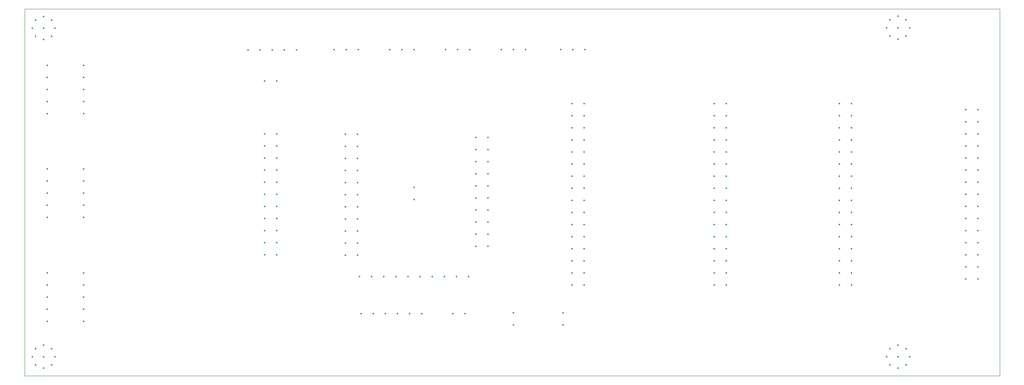
<source format=gbr>
%TF.GenerationSoftware,KiCad,Pcbnew,8.0.5*%
%TF.CreationDate,2025-02-05T22:29:23-08:00*%
%TF.ProjectId,Observatory,4f627365-7276-4617-946f-72792e6b6963,rev?*%
%TF.SameCoordinates,Original*%
%TF.FileFunction,Profile,NP*%
%FSLAX46Y46*%
G04 Gerber Fmt 4.6, Leading zero omitted, Abs format (unit mm)*
G04 Created by KiCad (PCBNEW 8.0.5) date 2025-02-05 22:29:23*
%MOMM*%
%LPD*%
G01*
G04 APERTURE LIST*
%TA.AperFunction,Profile*%
%ADD10C,0.050000*%
%TD*%
%ADD11C,0.350000*%
G04 APERTURE END LIST*
D10*
X41400000Y-39900000D02*
X245800000Y-39900000D01*
X245800000Y-116900000D01*
X41400000Y-116900000D01*
X41400000Y-39900000D01*
D11*
X138502500Y-66825200D03*
X111578500Y-96035200D03*
X111197500Y-66190200D03*
X123042500Y-77351200D03*
X135962500Y-66825200D03*
X114118500Y-96035200D03*
X108657500Y-66190200D03*
X123042500Y-79891200D03*
X138502500Y-69365200D03*
X116658500Y-96035200D03*
X111197500Y-68730200D03*
X135962500Y-69365200D03*
X119198500Y-96035200D03*
X108657500Y-68730200D03*
X138502500Y-71905200D03*
X121738500Y-96035200D03*
X111197500Y-71270200D03*
X135962500Y-71905200D03*
X124278500Y-96035200D03*
X108657500Y-71270200D03*
X138502500Y-74445200D03*
X126818500Y-96035200D03*
X111197500Y-73810200D03*
X135962500Y-74445200D03*
X129358500Y-96035200D03*
X108657500Y-73810200D03*
X138502500Y-76985200D03*
X131898500Y-96035200D03*
X111197500Y-76350200D03*
X135962500Y-76985200D03*
X134438500Y-96035200D03*
X108657500Y-76350200D03*
X138502500Y-79525200D03*
X111197500Y-78890200D03*
X135962500Y-79525200D03*
X108657500Y-78890200D03*
X138502500Y-82065200D03*
X111197500Y-81430200D03*
X135962500Y-82065200D03*
X108657500Y-81430200D03*
X138502500Y-84605200D03*
X111197500Y-83970200D03*
X135962500Y-84605200D03*
X108657500Y-83970200D03*
X138502500Y-87145200D03*
X111197500Y-86510200D03*
X135962500Y-87145200D03*
X108657500Y-86510200D03*
X138502500Y-89685200D03*
X111197500Y-89050200D03*
X135962500Y-89685200D03*
X108657500Y-89050200D03*
X111197500Y-91590200D03*
X108657500Y-91590200D03*
X153760000Y-48400000D03*
X156300000Y-48400000D03*
X158840000Y-48400000D03*
X129662500Y-48400000D03*
X132202500Y-48400000D03*
X134742500Y-48400000D03*
X154325000Y-106200000D03*
X154325000Y-103660000D03*
X98440000Y-48500000D03*
X95900000Y-48500000D03*
X93360000Y-48500000D03*
X90820000Y-48500000D03*
X88280000Y-48500000D03*
X117965000Y-48400000D03*
X120505000Y-48400000D03*
X123045000Y-48400000D03*
X156150000Y-59713200D03*
X158690000Y-59713200D03*
X156150000Y-62253200D03*
X158690000Y-62253200D03*
X156150000Y-64793200D03*
X158690000Y-64793200D03*
X156150000Y-67333200D03*
X158690000Y-67333200D03*
X156150000Y-69873200D03*
X158690000Y-69873200D03*
X156150000Y-72413200D03*
X158690000Y-72413200D03*
X156150000Y-74953200D03*
X158690000Y-74953200D03*
X156150000Y-77493200D03*
X158690000Y-77493200D03*
X156150000Y-80033200D03*
X158690000Y-80033200D03*
X156150000Y-82573200D03*
X158690000Y-82573200D03*
X156150000Y-85113200D03*
X158690000Y-85113200D03*
X156150000Y-87653200D03*
X158690000Y-87653200D03*
X156150000Y-90193200D03*
X158690000Y-90193200D03*
X156150000Y-92733200D03*
X158690000Y-92733200D03*
X156150000Y-95273200D03*
X158690000Y-95273200D03*
X156150000Y-97813200D03*
X158690000Y-97813200D03*
X46180300Y-73508100D03*
X46180300Y-76048100D03*
X46180300Y-78588100D03*
X46180300Y-81128100D03*
X46185300Y-83658100D03*
X53800300Y-73508100D03*
X53800300Y-76048100D03*
X53800300Y-78588100D03*
X53800300Y-81128100D03*
X53805300Y-83658100D03*
X222102944Y-43800000D03*
X222805888Y-42102944D03*
X222805888Y-45497056D03*
X224502944Y-41400000D03*
X224502944Y-43800000D03*
X224502944Y-46200000D03*
X226200000Y-42102944D03*
X226200000Y-45497056D03*
X226902944Y-43800000D03*
X185942500Y-59713200D03*
X188482500Y-59713200D03*
X185942500Y-62253200D03*
X188482500Y-62253200D03*
X185942500Y-64793200D03*
X188482500Y-64793200D03*
X185942500Y-67333200D03*
X188482500Y-67333200D03*
X185942500Y-69873200D03*
X188482500Y-69873200D03*
X185942500Y-72413200D03*
X188482500Y-72413200D03*
X185942500Y-74953200D03*
X188482500Y-74953200D03*
X185942500Y-77493200D03*
X188482500Y-77493200D03*
X185942500Y-80033200D03*
X188482500Y-80033200D03*
X185942500Y-82573200D03*
X188482500Y-82573200D03*
X185942500Y-85113200D03*
X188482500Y-85113200D03*
X185942500Y-87653200D03*
X188482500Y-87653200D03*
X185942500Y-90193200D03*
X188482500Y-90193200D03*
X185942500Y-92733200D03*
X188482500Y-92733200D03*
X185942500Y-95273200D03*
X188482500Y-95273200D03*
X185942500Y-97813200D03*
X188482500Y-97813200D03*
X141360000Y-48400000D03*
X143900000Y-48400000D03*
X146440000Y-48400000D03*
X124640000Y-103900000D03*
X122100000Y-103900000D03*
X119560000Y-103900000D03*
X117020000Y-103900000D03*
X114480000Y-103900000D03*
X111940000Y-103900000D03*
X238675000Y-60988200D03*
X241215000Y-60988200D03*
X238675000Y-63528200D03*
X241215000Y-63528200D03*
X238675000Y-66068200D03*
X241215000Y-66068200D03*
X238675000Y-68608200D03*
X241215000Y-68608200D03*
X238675000Y-71148200D03*
X241215000Y-71148200D03*
X238675000Y-73688200D03*
X241215000Y-73688200D03*
X238675000Y-76228200D03*
X241215000Y-76228200D03*
X238675000Y-78768200D03*
X241215000Y-78768200D03*
X238675000Y-81308200D03*
X241215000Y-81308200D03*
X238675000Y-83848200D03*
X241215000Y-83848200D03*
X238675000Y-86388200D03*
X241215000Y-86388200D03*
X238675000Y-88928200D03*
X241215000Y-88928200D03*
X238675000Y-91468200D03*
X241215000Y-91468200D03*
X238675000Y-94008200D03*
X241215000Y-94008200D03*
X238675000Y-96548200D03*
X241215000Y-96548200D03*
X222102944Y-112900000D03*
X222805888Y-111202944D03*
X222805888Y-114597056D03*
X224502944Y-110500000D03*
X224502944Y-112900000D03*
X224502944Y-115300000D03*
X226200000Y-111202944D03*
X226200000Y-114597056D03*
X226902944Y-112900000D03*
X91725000Y-55000000D03*
X94265000Y-55000000D03*
X133700000Y-103900000D03*
X131160000Y-103900000D03*
X143860000Y-106200000D03*
X143860000Y-103660000D03*
X46180300Y-51689100D03*
X46180300Y-54229100D03*
X46180300Y-56769100D03*
X46180300Y-59309100D03*
X46185300Y-61839100D03*
X53800300Y-51689100D03*
X53800300Y-54229100D03*
X53800300Y-56769100D03*
X53800300Y-59309100D03*
X53805300Y-61839100D03*
X106267500Y-48400000D03*
X108807500Y-48400000D03*
X111347500Y-48400000D03*
X212227500Y-59713200D03*
X214767500Y-59713200D03*
X212227500Y-62253200D03*
X214767500Y-62253200D03*
X212227500Y-64793200D03*
X214767500Y-64793200D03*
X212227500Y-67333200D03*
X214767500Y-67333200D03*
X212227500Y-69873200D03*
X214767500Y-69873200D03*
X212227500Y-72413200D03*
X214767500Y-72413200D03*
X212227500Y-74953200D03*
X214767500Y-74953200D03*
X212227500Y-77493200D03*
X214767500Y-77493200D03*
X212227500Y-80033200D03*
X214767500Y-80033200D03*
X212227500Y-82573200D03*
X214767500Y-82573200D03*
X212227500Y-85113200D03*
X214767500Y-85113200D03*
X212227500Y-87653200D03*
X214767500Y-87653200D03*
X212227500Y-90193200D03*
X214767500Y-90193200D03*
X212227500Y-92733200D03*
X214767500Y-92733200D03*
X212227500Y-95273200D03*
X214767500Y-95273200D03*
X212227500Y-97813200D03*
X214767500Y-97813200D03*
X43000000Y-112900000D03*
X43702944Y-111202944D03*
X43702944Y-114597056D03*
X45400000Y-110500000D03*
X45400000Y-112900000D03*
X45400000Y-115300000D03*
X47097056Y-111202944D03*
X47097056Y-114597056D03*
X47800000Y-112900000D03*
X46180300Y-95327000D03*
X46180300Y-97867000D03*
X46180300Y-100407000D03*
X46180300Y-102947000D03*
X46185300Y-105477000D03*
X53800300Y-95327000D03*
X53800300Y-97867000D03*
X53800300Y-100407000D03*
X53800300Y-102947000D03*
X53805300Y-105477000D03*
X91702500Y-66063200D03*
X94242500Y-66063200D03*
X91702500Y-68603200D03*
X94242500Y-68603200D03*
X91702500Y-71143200D03*
X94242500Y-71143200D03*
X91702500Y-73683200D03*
X94242500Y-73683200D03*
X91702500Y-76223200D03*
X94242500Y-76223200D03*
X91702500Y-78763200D03*
X94242500Y-78763200D03*
X91702500Y-81303200D03*
X94242500Y-81303200D03*
X91702500Y-83843200D03*
X94242500Y-83843200D03*
X91702500Y-86383200D03*
X94242500Y-86383200D03*
X91702500Y-88923200D03*
X94242500Y-88923200D03*
X91702500Y-91463200D03*
X94242500Y-91463200D03*
X43000000Y-43900000D03*
X43702944Y-42202944D03*
X43702944Y-45597056D03*
X45400000Y-41500000D03*
X45400000Y-43900000D03*
X45400000Y-46300000D03*
X47097056Y-42202944D03*
X47097056Y-45597056D03*
X47800000Y-43900000D03*
M02*

</source>
